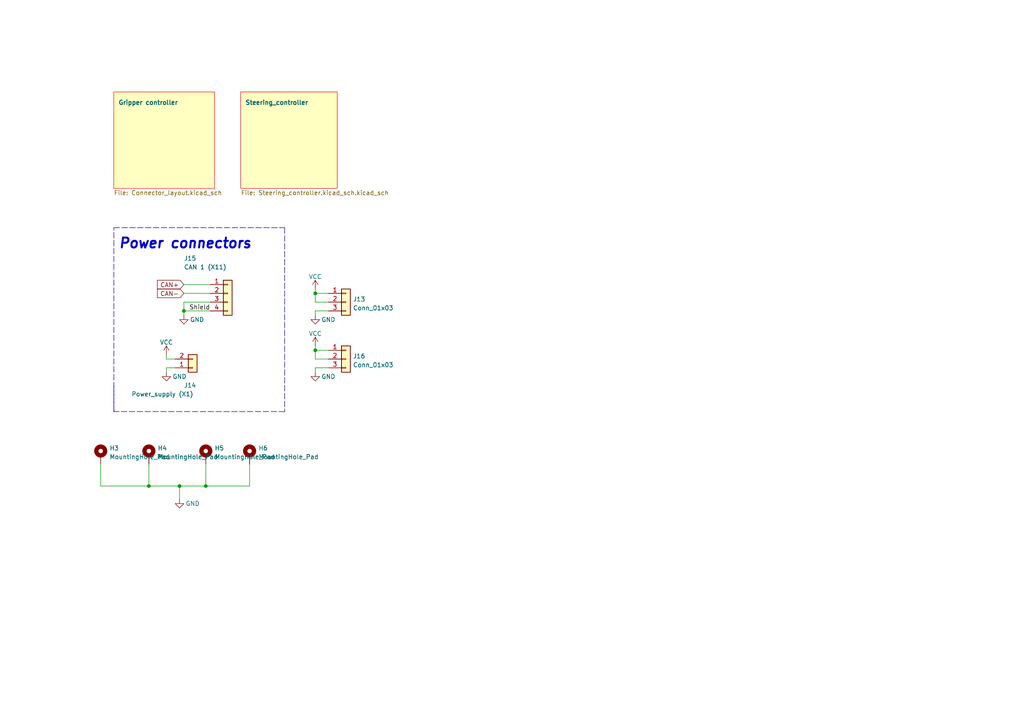
<source format=kicad_sch>
(kicad_sch (version 20211123) (generator eeschema)
  (paper "A4")
  (lib_symbols
    (symbol "Connector_Generic:Conn_01x02" (pin_names (offset 1.016) hide)
      (property "Reference" "J" (at 0 2.54 0))
      (property "Value" "Conn_01x02" (at 0 -5.08 0))
      (symbol "Conn_01x02_1_1"
        (rectangle (start -1.27 -2.413) (end 0 -2.667) (stroke (width 0.1524)))
        (rectangle (start -1.27 0.127) (end 0 -0.127) (stroke (width 0.1524)))
        (rectangle (start -1.27 1.27) (end 1.27 -3.81) (stroke (width 0.254)) (fill (type background)))
        (pin passive line (at -5.08 0 0) (length 3.81) (name "Pin_1") (number "1"))
        (pin passive line (at -5.08 -2.54 0) (length 3.81) (name "Pin_2") (number "2"))
      )
    )
    (symbol "Connector_Generic:Conn_01x03" (pin_names (offset 1.016) hide)
      (property "Reference" "J" (at 0 5.08 0))
      (property "Value" "Conn_01x03" (at 0 -5.08 0))
      (symbol "Conn_01x03_1_1"
        (rectangle (start -1.27 -2.413) (end 0 -2.667) (stroke (width 0.1524)))
        (rectangle (start -1.27 0.127) (end 0 -0.127) (stroke (width 0.1524)))
        (rectangle (start -1.27 2.667) (end 0 2.413) (stroke (width 0.1524)))
        (rectangle (start -1.27 3.81) (end 1.27 -3.81) (stroke (width 0.254)) (fill (type background)))
        (pin passive line (at -5.08 2.54 0) (length 3.81) (name "Pin_1") (number "1"))
        (pin passive line (at -5.08 0 0) (length 3.81) (name "Pin_2") (number "2"))
        (pin passive line (at -5.08 -2.54 0) (length 3.81) (name "Pin_3") (number "3"))
      )
    )
    (symbol "Connector_Generic:Conn_01x04" (pin_names (offset 1.016) hide)
      (property "Reference" "J" (at 0 5.08 0))
      (property "Value" "Conn_01x04" (at 0 -7.62 0))
      (symbol "Conn_01x04_1_1"
        (rectangle (start -1.27 -4.953) (end 0 -5.207) (stroke (width 0.1524)))
        (rectangle (start -1.27 -2.413) (end 0 -2.667) (stroke (width 0.1524)))
        (rectangle (start -1.27 0.127) (end 0 -0.127) (stroke (width 0.1524)))
        (rectangle (start -1.27 2.667) (end 0 2.413) (stroke (width 0.1524)))
        (rectangle (start -1.27 3.81) (end 1.27 -6.35) (stroke (width 0.254)) (fill (type background)))
        (pin passive line (at -5.08 2.54 0) (length 3.81) (name "Pin_1") (number "1"))
        (pin passive line (at -5.08 0 0) (length 3.81) (name "Pin_2") (number "2"))
        (pin passive line (at -5.08 -2.54 0) (length 3.81) (name "Pin_3") (number "3"))
        (pin passive line (at -5.08 -5.08 0) (length 3.81) (name "Pin_4") (number "4"))
      )
    )
    (symbol "Mechanical:MountingHole_Pad" (pin_numbers hide) (pin_names (offset 1.016) hide)
      (property "Reference" "H" (at 0 6.35 0))
      (property "Value" "MountingHole_Pad" (at 0 4.445 0))
      (symbol "MountingHole_Pad_0_1"
        (circle (center 0 1.27) (radius 1.27) (stroke (width 1.27)))
      )
      (symbol "MountingHole_Pad_1_1"
        (pin input line (at 0 -2.54 90) (length 2.54) (name "1") (number "1"))
      )
    )
    (symbol "power:GND" (power) (pin_names (offset 0))
      (property "Value" "GND" (at 0 -3.81 0))
      (symbol "GND_0_1"
        (polyline (pts (xy 0 0) (xy 0 -1.27) (xy 1.27 -1.27) (xy 0 -2.54) (xy -1.27 -1.27) (xy 0 -1.27)))
      )
      (symbol "GND_1_1"
        (pin power_in line (at 0 0 270) (length 0) hide (name "GND") (number "1"))
      )
    )
    (symbol "power:VCC" (power) (pin_names (offset 0))
      (property "Value" "VCC" (at 0 3.81 0))
      (symbol "VCC_0_1"
        (polyline (pts (xy -0.762 1.27) (xy 0 2.54)))
        (polyline (pts (xy 0 0) (xy 0 2.54)))
        (polyline (pts (xy 0 2.54) (xy 0.762 1.27)))
      )
      (symbol "VCC_1_1"
        (pin power_in line (at 0 0 90) (length 0) hide (name "VCC") (number "1"))
      )
    )
  )
  (junction (at 53.34 90.17))
  (junction (at 52.07 140.97))
  (junction (at 91.44 101.6))
  (junction (at 59.69 140.97))
  (junction (at 43.18 140.97))
  (junction (at 91.44 85.09))
  (wire (pts (xy 91.44 101.6) (xy 91.44 104.14)))
  (polyline (pts (xy 33.02 66.04) (xy 82.55 66.04)))
  (wire (pts (xy 91.44 85.09) (xy 95.25 85.09)))
  (wire (pts (xy 91.44 83.82) (xy 91.44 85.09)))
  (polyline (pts (xy 33.02 111.76) (xy 33.02 119.38)))
  (wire (pts (xy 43.18 140.97) (xy 52.07 140.97)))
  (wire (pts (xy 91.44 104.14) (xy 95.25 104.14)))
  (wire (pts (xy 53.34 82.55) (xy 60.96 82.55)))
  (polyline (pts (xy 82.55 119.38) (xy 33.02 119.38)))
  (wire (pts (xy 48.26 106.68) (xy 50.8 106.68)))
  (wire (pts (xy 91.44 90.17) (xy 95.25 90.17)))
  (wire (pts (xy 52.07 140.97) (xy 52.07 144.78)))
  (wire (pts (xy 91.44 85.09) (xy 91.44 87.63)))
  (wire (pts (xy 29.21 140.97) (xy 43.18 140.97)))
  (wire (pts (xy 43.18 134.62) (xy 43.18 140.97)))
  (wire (pts (xy 91.44 100.33) (xy 91.44 101.6)))
  (wire (pts (xy 91.44 106.68) (xy 95.25 106.68)))
  (wire (pts (xy 91.44 87.63) (xy 95.25 87.63)))
  (wire (pts (xy 59.69 140.97) (xy 72.39 140.97)))
  (polyline (pts (xy 82.55 66.04) (xy 82.55 119.38)))
  (wire (pts (xy 53.34 87.63) (xy 60.96 87.63)))
  (wire (pts (xy 53.34 90.17) (xy 53.34 91.44)))
  (wire (pts (xy 59.69 134.62) (xy 59.69 140.97)))
  (wire (pts (xy 29.21 134.62) (xy 29.21 140.97)))
  (polyline (pts (xy 33.02 119.38) (xy 33.02 66.04)))
  (wire (pts (xy 48.26 104.14) (xy 50.8 104.14)))
  (wire (pts (xy 48.26 102.87) (xy 48.26 104.14)))
  (wire (pts (xy 91.44 91.44) (xy 91.44 90.17)))
  (wire (pts (xy 52.07 140.97) (xy 59.69 140.97)))
  (wire (pts (xy 48.26 106.68) (xy 48.26 107.95)))
  (wire (pts (xy 91.44 107.95) (xy 91.44 106.68)))
  (wire (pts (xy 53.34 85.09) (xy 60.96 85.09)))
  (wire (pts (xy 91.44 101.6) (xy 95.25 101.6)))
  (wire (pts (xy 53.34 87.63) (xy 53.34 90.17)))
  (wire (pts (xy 72.39 140.97) (xy 72.39 134.62)))
  (wire (pts (xy 53.34 90.17) (xy 60.96 90.17)))
  (text "Power connectors" (at 34.29 72.39 0) (effects (font (size 2.85 2.85) (thickness 0.57) bold italic) (justify left bottom)))
  (label "Shield" (at 60.96 90.17 180))
  (global_label "CAN+" (shape input) (at 53.34 82.55 180) (property "Intersheet References" "${INTERSHEET_REFS}" (effects hide)))
  (global_label "CAN-" (shape input) (at 53.34 85.09 180) (property "Intersheet References" "${INTERSHEET_REFS}" (effects hide)))
  (symbol (lib_id "Connector_Generic:Conn_01x03") (at 100.33 87.63 0) (unit 1)
    (property "Reference" "J13" (at 102.362 86.7953 0) (effects (justify left)))
    (property "Value" "Conn_01x03" (at 102.362 89.3322 0) (effects (justify left)))
    (property "Footprint" "nav_fp:FX30B3P762DS" (effects hide))
  )
  (symbol (lib_id "Mechanical:MountingHole_Pad") (at 72.39 132.08 0) (unit 1)
    (property "Reference" "H6" (at 74.93 129.9753 0) (effects (justify left)))
    (property "Value" "MountingHole_Pad" (at 74.93 132.5122 0) (effects (justify left)))
    (property "Footprint" "MountingHole:MountingHole_2.2mm_M2_Pad_Via" (effects hide))
  )
  (symbol (lib_id "power:VCC") (at 91.44 100.33 0) (unit 1)
    (property "Reference" "#PWR0111" (effects hide))
    (property "Value" "VCC" (at 91.44 96.7542 0))
  )
  (symbol (lib_id "power:GND") (at 53.34 91.44 0) (unit 1)
    (property "Reference" "#PWR0101" (effects hide))
    (property "Value" "GND" (at 57.15 92.71 0))
  )
  (symbol (lib_id "Connector_Generic:Conn_01x03") (at 100.33 104.14 0) (unit 1)
    (property "Reference" "J16" (at 102.362 103.3053 0) (effects (justify left)))
    (property "Value" "Conn_01x03" (at 102.362 105.8422 0) (effects (justify left)))
    (property "Footprint" "nav_fp:FX30B3S762DS" (effects hide))
  )
  (symbol (lib_id "Mechanical:MountingHole_Pad") (at 29.21 132.08 0) (unit 1)
    (property "Reference" "H3" (at 31.75 129.9753 0) (effects (justify left)))
    (property "Value" "MountingHole_Pad" (at 31.75 132.5122 0) (effects (justify left)))
    (property "Footprint" "MountingHole:MountingHole_2.2mm_M2_Pad_Via" (effects hide))
  )
  (symbol (lib_id "power:GND") (at 91.44 91.44 0) (unit 1)
    (property "Reference" "#PWR0112" (effects hide))
    (property "Value" "GND" (at 95.25 92.71 0))
  )
  (symbol (lib_id "power:GND") (at 52.07 144.78 0) (unit 1)
    (property "Reference" "#PWR0114" (effects hide))
    (property "Value" "GND" (at 55.88 146.05 0))
  )
  (symbol (lib_id "power:VCC") (at 48.26 102.87 0) (unit 1)
    (property "Reference" "#PWR0103" (effects hide))
    (property "Value" "VCC" (at 48.26 99.2942 0))
  )
  (symbol (lib_id "power:VCC") (at 91.44 83.82 0) (unit 1)
    (property "Reference" "#PWR0110" (effects hide))
    (property "Value" "VCC" (at 91.44 80.2442 0))
  )
  (symbol (lib_id "Mechanical:MountingHole_Pad") (at 43.18 132.08 0) (unit 1)
    (property "Reference" "H4" (at 45.72 129.9753 0) (effects (justify left)))
    (property "Value" "MountingHole_Pad" (at 45.72 132.5122 0) (effects (justify left)))
    (property "Footprint" "MountingHole:MountingHole_2.2mm_M2_Pad_Via" (effects hide))
  )
  (symbol (lib_id "Connector_Generic:Conn_01x04") (at 66.04 85.09 0) (unit 1)
    (property "Reference" "J15" (at 53.34 74.93 0) (effects (justify left)))
    (property "Value" "CAN 1 (X11)" (at 53.34 77.47 0) (effects (justify left)))
    (property "Footprint" "nav_fp:MOLEX_5025840460" (effects hide))
  )
  (symbol (lib_id "power:GND") (at 91.44 107.95 0) (unit 1)
    (property "Reference" "#PWR0113" (effects hide))
    (property "Value" "GND" (at 95.25 109.22 0))
  )
  (symbol (lib_id "power:GND") (at 48.26 107.95 0) (unit 1)
    (property "Reference" "#PWR0102" (effects hide))
    (property "Value" "GND" (at 52.07 109.22 0))
  )
  (symbol (lib_id "Mechanical:MountingHole_Pad") (at 59.69 132.08 0) (unit 1)
    (property "Reference" "H5" (at 62.23 129.9753 0) (effects (justify left)))
    (property "Value" "MountingHole_Pad" (at 62.23 132.5122 0) (effects (justify left)))
    (property "Footprint" "MountingHole:MountingHole_2.2mm_M2_Pad_Via" (effects hide))
  )
  (symbol (lib_id "Connector_Generic:Conn_01x02") (at 55.88 106.68 0) (mirror x) (unit 1)
    (property "Reference" "J14" (at 53.34 111.76 0) (effects (justify left)))
    (property "Value" "Power_supply (X1)" (at 38.1 114.3 0) (effects (justify left)))
    (property "Footprint" "nav_fp:XT30UM" (effects hide))
    (property "Datasheet" "https://www.molex.com/pdm_docs/ps/PS-5556-001.pdf" (effects hide))
  )
  (sheet (at 33.02 26.67) (size 29.21 27.94) (stroke (width 0.1524) (color 255 0 0 1)) (fill (color 255 255 194 1.0000))
    (property "Sheet name" "Gripper controller" (at 34.29 30.48 0) (effects (font bold) (justify left bottom)))
    (property "Sheet file" "Connector_layout.kicad_sch" (at 33.02 55.1946 0) (effects (justify left top)))
  )
  (sheet (at 69.85 26.67) (size 27.94 27.94) (stroke (width 0.1524) (color 194 0 0 1)) (fill (color 255 255 194 1.0000))
    (property "Sheet name" "Steering_controller" (at 71.12 30.48 0) (effects (font bold) (justify left bottom)))
    (property "Sheet file" "Steering_controller.kicad_sch.kicad_sch" (at 69.85 55.1946 0) (effects (justify left top)))
  )
)
</source>
